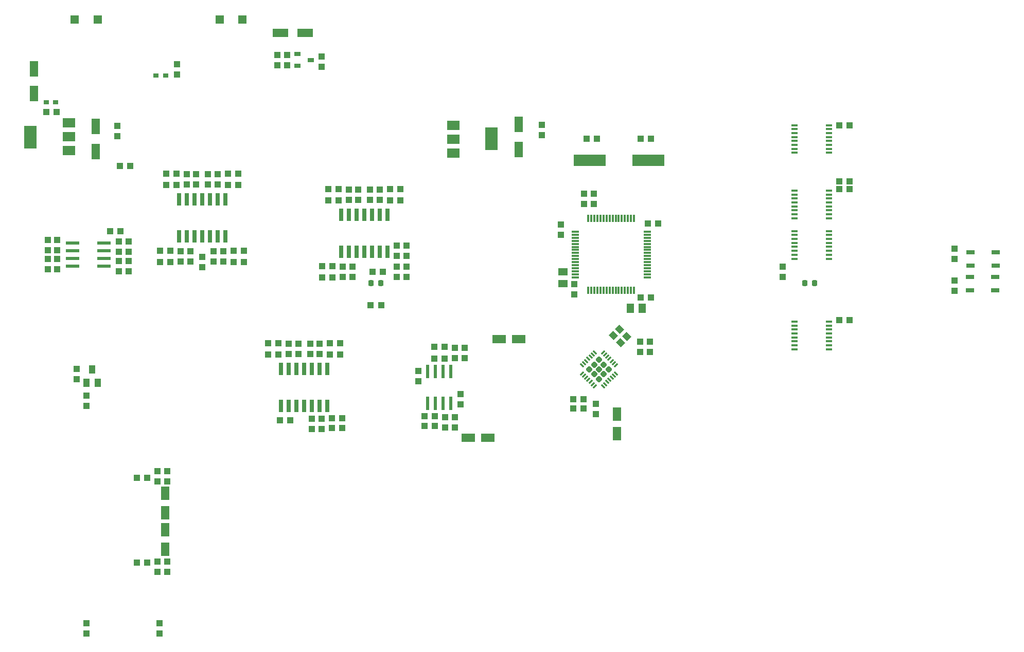
<source format=gbr>
%TF.GenerationSoftware,KiCad,Pcbnew,(6.0.11-0)*%
%TF.CreationDate,2023-03-07T13:47:17+01:00*%
%TF.ProjectId,elements,656c656d-656e-4747-932e-6b696361645f,rev?*%
%TF.SameCoordinates,Original*%
%TF.FileFunction,Paste,Top*%
%TF.FilePolarity,Positive*%
%FSLAX46Y46*%
G04 Gerber Fmt 4.6, Leading zero omitted, Abs format (unit mm)*
G04 Created by KiCad (PCBNEW (6.0.11-0)) date 2023-03-07 13:47:17*
%MOMM*%
%LPD*%
G01*
G04 APERTURE LIST*
G04 Aperture macros list*
%AMRoundRect*
0 Rectangle with rounded corners*
0 $1 Rounding radius*
0 $2 $3 $4 $5 $6 $7 $8 $9 X,Y pos of 4 corners*
0 Add a 4 corners polygon primitive as box body*
4,1,4,$2,$3,$4,$5,$6,$7,$8,$9,$2,$3,0*
0 Add four circle primitives for the rounded corners*
1,1,$1+$1,$2,$3*
1,1,$1+$1,$4,$5*
1,1,$1+$1,$6,$7*
1,1,$1+$1,$8,$9*
0 Add four rect primitives between the rounded corners*
20,1,$1+$1,$2,$3,$4,$5,0*
20,1,$1+$1,$4,$5,$6,$7,0*
20,1,$1+$1,$6,$7,$8,$9,0*
20,1,$1+$1,$8,$9,$2,$3,0*%
%AMRotRect*
0 Rectangle, with rotation*
0 The origin of the aperture is its center*
0 $1 length*
0 $2 width*
0 $3 Rotation angle, in degrees counterclockwise*
0 Add horizontal line*
21,1,$1,$2,0,0,$3*%
G04 Aperture macros list end*
%ADD10RoundRect,0.225000X0.000000X0.318198X-0.318198X0.000000X0.000000X-0.318198X0.318198X0.000000X0*%
%ADD11RoundRect,0.062500X0.194454X0.282843X-0.282843X-0.194454X-0.194454X-0.282843X0.282843X0.194454X0*%
%ADD12RoundRect,0.062500X-0.194454X0.282843X-0.282843X0.194454X0.194454X-0.282843X0.282843X-0.194454X0*%
%ADD13R,0.600000X2.200000*%
%ADD14R,2.200000X0.600000*%
%ADD15R,1.400000X1.400000*%
%ADD16R,1.000000X1.100000*%
%ADD17R,0.660400X2.032000*%
%ADD18R,1.100000X1.000000*%
%ADD19R,1.400000X2.200000*%
%ADD20R,0.850000X0.700000*%
%ADD21R,1.400000X2.600000*%
%ADD22R,1.350000X0.800000*%
%ADD23R,2.006600X1.498600*%
%ADD24R,2.006600X3.810000*%
%ADD25RotRect,1.100000X1.000000X135.000000*%
%ADD26R,1.000000X1.400000*%
%ADD27R,1.000000X0.350000*%
%ADD28R,1.300000X1.500000*%
%ADD29R,2.600000X1.400000*%
%ADD30R,0.300000X1.200000*%
%ADD31R,1.200000X0.300000*%
%ADD32RoundRect,0.218750X-0.218750X-0.256250X0.218750X-0.256250X0.218750X0.256250X-0.218750X0.256250X0*%
%ADD33R,2.200000X1.400000*%
%ADD34RoundRect,0.218750X0.218750X0.256250X-0.218750X0.256250X-0.218750X-0.256250X0.218750X-0.256250X0*%
%ADD35R,1.500000X1.300000*%
%ADD36R,5.334000X1.930400*%
%ADD37R,1.000000X0.700000*%
G04 APERTURE END LIST*
D10*
%TO.C,U1*%
X163000000Y-112500000D03*
X164583919Y-112500000D03*
X162208040Y-113291960D03*
X163000000Y-110916081D03*
X161416081Y-112500000D03*
X163791960Y-111708040D03*
X163791960Y-113291960D03*
X162208040Y-111708040D03*
X163000000Y-114083919D03*
D11*
X165793072Y-111828249D03*
X165439518Y-111474695D03*
X165085965Y-111121142D03*
X164732412Y-110767588D03*
X164378858Y-110414035D03*
X164025305Y-110060482D03*
X163671751Y-109706928D03*
D12*
X162328249Y-109706928D03*
X161974695Y-110060482D03*
X161621142Y-110414035D03*
X161267588Y-110767588D03*
X160914035Y-111121142D03*
X160560482Y-111474695D03*
X160206928Y-111828249D03*
D11*
X160206928Y-113171751D03*
X160560482Y-113525305D03*
X160914035Y-113878858D03*
X161267588Y-114232412D03*
X161621142Y-114585965D03*
X161974695Y-114939518D03*
X162328249Y-115293072D03*
D12*
X163671751Y-115293072D03*
X164025305Y-114939518D03*
X164378858Y-114585965D03*
X164732412Y-114232412D03*
X165085965Y-113878858D03*
X165439518Y-113525305D03*
X165793072Y-113171751D03*
%TD*%
D13*
%TO.C,IC14*%
X134848600Y-118081100D03*
X136118600Y-118081100D03*
X137388600Y-118081100D03*
X138658600Y-118081100D03*
X138658600Y-112881100D03*
X137388600Y-112881100D03*
X136118600Y-112881100D03*
X134848600Y-112881100D03*
%TD*%
D14*
%TO.C,IC9*%
X76368600Y-91668600D03*
X76368600Y-92938600D03*
X76368600Y-94208600D03*
X76368600Y-95478600D03*
X81568600Y-95478600D03*
X81568600Y-94208600D03*
X81568600Y-92938600D03*
X81568600Y-91668600D03*
%TD*%
D15*
%TO.C,D2*%
X104363600Y-54838600D03*
X100563600Y-54838600D03*
%TD*%
%TO.C,D1*%
X80551100Y-54838600D03*
X76751100Y-54838600D03*
%TD*%
D16*
%TO.C,C33*%
X158978600Y-98438600D03*
X158978600Y-100138600D03*
%TD*%
D17*
%TO.C,IC7*%
X120561100Y-93154500D03*
X121831100Y-93154500D03*
X123101100Y-93154500D03*
X124371100Y-93154500D03*
X125641100Y-93154500D03*
X126911100Y-93154500D03*
X128181100Y-93154500D03*
X128181100Y-87007700D03*
X126911100Y-87007700D03*
X125641100Y-87007700D03*
X124371100Y-87007700D03*
X123101100Y-87007700D03*
X121831100Y-87007700D03*
X120561100Y-87007700D03*
%TD*%
D18*
%TO.C,C4*%
X73786100Y-70078600D03*
X72086100Y-70078600D03*
%TD*%
%TO.C,C34*%
X169876200Y-100685600D03*
X171576200Y-100685600D03*
%TD*%
%TO.C,C41*%
X110298600Y-110083600D03*
X108598600Y-110083600D03*
%TD*%
%TO.C,C20*%
X128601100Y-84683600D03*
X130301100Y-84683600D03*
%TD*%
%TO.C,C50*%
X119076100Y-120561100D03*
X120776100Y-120561100D03*
%TD*%
%TO.C,C43*%
X137603600Y-110718600D03*
X135903600Y-110718600D03*
%TD*%
%TO.C,R56*%
X115481100Y-109981100D03*
X115481100Y-108281100D03*
%TD*%
D16*
%TO.C,R10*%
X85850000Y-79000000D03*
X84150000Y-79000000D03*
%TD*%
%TO.C,R11*%
X91771100Y-80238600D03*
X93471100Y-80238600D03*
%TD*%
%TO.C,C54*%
X90398600Y-130936100D03*
X90398600Y-129236100D03*
%TD*%
D18*
%TO.C,R28*%
X85636100Y-91453600D03*
X85636100Y-93153600D03*
%TD*%
D16*
%TO.C,R46*%
X117488600Y-97383600D03*
X119188600Y-97383600D03*
%TD*%
%TO.C,C25*%
X84048600Y-93153600D03*
X84048600Y-91453600D03*
%TD*%
D19*
%TO.C,C56*%
X91668600Y-138963600D03*
X91668600Y-142163600D03*
%TD*%
D18*
%TO.C,R2*%
X111671100Y-60656100D03*
X111671100Y-62356100D03*
%TD*%
D16*
%TO.C,R51*%
X135903600Y-108813600D03*
X137603600Y-108813600D03*
%TD*%
D18*
%TO.C,R44*%
X193268600Y-95581100D03*
X193268600Y-97281100D03*
%TD*%
D16*
%TO.C,C24*%
X73888600Y-92836100D03*
X73888600Y-91136100D03*
%TD*%
D18*
%TO.C,R69*%
X139293600Y-120346100D03*
X139293600Y-122046100D03*
%TD*%
D20*
%TO.C,L1*%
X90133600Y-64046100D03*
X91733600Y-64046100D03*
%TD*%
D18*
%TO.C,C12*%
X169876100Y-74523600D03*
X171576100Y-74523600D03*
%TD*%
%TO.C,R60*%
X77063600Y-112408600D03*
X77063600Y-114108600D03*
%TD*%
%TO.C,R87*%
X91986100Y-145858600D03*
X91986100Y-144158600D03*
%TD*%
D21*
%TO.C,C9*%
X149771100Y-72156100D03*
X149771100Y-76256100D03*
%TD*%
D18*
%TO.C,C32*%
X125743600Y-96431100D03*
X127443600Y-96431100D03*
%TD*%
D16*
%TO.C,C7*%
X153581100Y-72244800D03*
X153581100Y-73944800D03*
%TD*%
D18*
%TO.C,C13*%
X202578600Y-81508600D03*
X204278600Y-81508600D03*
%TD*%
%TO.C,R88*%
X78651100Y-156018600D03*
X78651100Y-154318600D03*
%TD*%
%TO.C,R16*%
X100241100Y-82041100D03*
X100241100Y-80341100D03*
%TD*%
%TO.C,R53*%
X171361100Y-109663600D03*
X171361100Y-107963600D03*
%TD*%
%TO.C,R40*%
X120878600Y-95581100D03*
X120878600Y-97281100D03*
%TD*%
D22*
%TO.C,SW2*%
X228298200Y-93188500D03*
X224148200Y-93188500D03*
X228298200Y-95388500D03*
X224148200Y-95388500D03*
%TD*%
D18*
%TO.C,R27*%
X72301100Y-91136100D03*
X72301100Y-92836100D03*
%TD*%
D16*
%TO.C,R73*%
X120776100Y-122148600D03*
X119076100Y-122148600D03*
%TD*%
D18*
%TO.C,R70*%
X115798600Y-120663600D03*
X115798600Y-122363600D03*
%TD*%
%TO.C,R54*%
X111988600Y-109981100D03*
X111988600Y-108281100D03*
%TD*%
%TO.C,R52*%
X169773600Y-109663600D03*
X169773600Y-107963600D03*
%TD*%
%TO.C,C27*%
X102883600Y-92938600D03*
X104583600Y-92938600D03*
%TD*%
%TO.C,C15*%
X101931100Y-82143600D03*
X103631100Y-82143600D03*
%TD*%
%TO.C,R50*%
X221500000Y-94350000D03*
X221500000Y-92650000D03*
%TD*%
D16*
%TO.C,C45*%
X140246100Y-116536100D03*
X140246100Y-118236100D03*
%TD*%
D18*
%TO.C,R68*%
X137706100Y-120346100D03*
X137706100Y-122046100D03*
%TD*%
D23*
%TO.C,IC2*%
X75768200Y-76466700D03*
X75768200Y-74180700D03*
X75768200Y-71894700D03*
D24*
X69469000Y-74206100D03*
%TD*%
D19*
%TO.C,C52*%
X166000000Y-119900000D03*
X166000000Y-123100000D03*
%TD*%
D16*
%TO.C,R49*%
X120458600Y-108178600D03*
X118758600Y-108178600D03*
%TD*%
%TO.C,C17*%
X160566100Y-85216000D03*
X160566100Y-83516000D03*
%TD*%
D18*
%TO.C,R57*%
X117068600Y-109981100D03*
X117068600Y-108281100D03*
%TD*%
D22*
%TO.C,SW3*%
X228223200Y-97259600D03*
X224073200Y-97259600D03*
X228223200Y-99459600D03*
X224073200Y-99459600D03*
%TD*%
D18*
%TO.C,C21*%
X171082600Y-88493600D03*
X172782600Y-88493600D03*
%TD*%
D16*
%TO.C,C29*%
X97701100Y-93993600D03*
X97701100Y-95693600D03*
%TD*%
D18*
%TO.C,C42*%
X118758600Y-110083600D03*
X120458600Y-110083600D03*
%TD*%
%TO.C,R30*%
X94208600Y-93041100D03*
X94208600Y-94741100D03*
%TD*%
%TO.C,R38*%
X84048600Y-94628600D03*
X84048600Y-96328600D03*
%TD*%
D16*
%TO.C,C5*%
X93573600Y-63943600D03*
X93573600Y-62243600D03*
%TD*%
D25*
%TO.C,C39*%
X166601041Y-108101041D03*
X165398959Y-106898959D03*
%TD*%
D26*
%TO.C,Q2*%
X78653600Y-114676100D03*
X79603600Y-112476100D03*
X80553600Y-114676100D03*
%TD*%
D27*
%TO.C,IC3*%
X195206100Y-72256100D03*
X195206100Y-72906100D03*
X195206100Y-73556100D03*
X195206100Y-74206100D03*
X195206100Y-74856100D03*
X195206100Y-75506100D03*
X195206100Y-76156100D03*
X195206100Y-76806100D03*
X200856100Y-76806100D03*
X200856100Y-76156100D03*
X200856100Y-75506100D03*
X200856100Y-74856100D03*
X200856100Y-74206100D03*
X200856100Y-73556100D03*
X200856100Y-72906100D03*
X200856100Y-72256100D03*
%TD*%
%TO.C,IC5*%
X195206100Y-83051100D03*
X195206100Y-83701100D03*
X195206100Y-84351100D03*
X195206100Y-85001100D03*
X195206100Y-85651100D03*
X195206100Y-86301100D03*
X195206100Y-86951100D03*
X195206100Y-87601100D03*
X200856100Y-87601100D03*
X200856100Y-86951100D03*
X200856100Y-86301100D03*
X200856100Y-85651100D03*
X200856100Y-85001100D03*
X200856100Y-84351100D03*
X200856100Y-83701100D03*
X200856100Y-83051100D03*
%TD*%
D16*
%TO.C,R17*%
X118441100Y-82778600D03*
X120141100Y-82778600D03*
%TD*%
D18*
%TO.C,R41*%
X122466100Y-95581100D03*
X122466100Y-97281100D03*
%TD*%
D17*
%TO.C,IC6*%
X93891100Y-90614500D03*
X95161100Y-90614500D03*
X96431100Y-90614500D03*
X97701100Y-90614500D03*
X98971100Y-90614500D03*
X100241100Y-90614500D03*
X101511100Y-90614500D03*
X101511100Y-84467700D03*
X100241100Y-84467700D03*
X98971100Y-84467700D03*
X97701100Y-84467700D03*
X96431100Y-84467700D03*
X95161100Y-84467700D03*
X93891100Y-84467700D03*
%TD*%
D18*
%TO.C,R13*%
X95161100Y-82041100D03*
X95161100Y-80341100D03*
%TD*%
%TO.C,C30*%
X119188600Y-95478600D03*
X117488600Y-95478600D03*
%TD*%
D16*
%TO.C,C8*%
X83731100Y-72403600D03*
X83731100Y-74103600D03*
%TD*%
%TO.C,C57*%
X90398600Y-144158600D03*
X90398600Y-145858600D03*
%TD*%
%TO.C,C28*%
X129768600Y-93788600D03*
X129768600Y-92088600D03*
%TD*%
D18*
%TO.C,R43*%
X131356100Y-95581100D03*
X131356100Y-97281100D03*
%TD*%
%TO.C,R67*%
X78651100Y-118553600D03*
X78651100Y-116853600D03*
%TD*%
%TO.C,R29*%
X131356100Y-92088600D03*
X131356100Y-93788600D03*
%TD*%
D28*
%TO.C,C35*%
X168188600Y-102463600D03*
X170088600Y-102463600D03*
%TD*%
D29*
%TO.C,C1*%
X114673600Y-57061100D03*
X110573600Y-57061100D03*
%TD*%
D18*
%TO.C,R32*%
X99606100Y-93041100D03*
X99606100Y-94741100D03*
%TD*%
D19*
%TO.C,C55*%
X91668600Y-136131100D03*
X91668600Y-132931100D03*
%TD*%
D30*
%TO.C,IC10*%
X168761100Y-87637200D03*
X168261100Y-87637200D03*
X167761100Y-87637200D03*
X167261100Y-87637200D03*
X166761100Y-87637200D03*
X166261100Y-87637200D03*
X165761100Y-87637200D03*
X165261100Y-87637200D03*
X164761100Y-87637200D03*
X164261100Y-87637200D03*
X163761100Y-87637200D03*
X163261100Y-87637200D03*
X162761100Y-87637200D03*
X162261100Y-87637200D03*
X161761100Y-87637200D03*
X161261100Y-87637200D03*
D31*
X159100100Y-89823600D03*
X159100100Y-90323600D03*
X159100100Y-90823600D03*
X159100100Y-91323600D03*
X159100100Y-91823600D03*
X159100100Y-92323600D03*
X159100100Y-92823600D03*
X159100100Y-93323600D03*
X159100100Y-93823600D03*
X159100100Y-94323600D03*
X159100100Y-94823600D03*
X159100100Y-95323600D03*
X159100100Y-95823600D03*
X159100100Y-96323600D03*
X159100100Y-96823600D03*
X159100100Y-97323600D03*
D30*
X161261100Y-99459200D03*
X161761100Y-99459200D03*
X162261100Y-99459200D03*
X162761100Y-99459200D03*
X163261100Y-99459200D03*
X163761100Y-99459200D03*
X164261100Y-99459200D03*
X164761100Y-99459200D03*
X165261100Y-99459200D03*
X165761100Y-99459200D03*
X166261100Y-99459200D03*
X166761100Y-99459200D03*
X167261100Y-99459200D03*
X167761100Y-99459200D03*
X168261100Y-99459200D03*
X168761100Y-99459200D03*
D31*
X170947500Y-97323600D03*
X170947500Y-96823600D03*
X170947500Y-96323600D03*
X170947500Y-95823600D03*
X170947500Y-95323600D03*
X170947500Y-94823600D03*
X170947500Y-94323600D03*
X170947500Y-93823600D03*
X170947500Y-93323600D03*
X170947500Y-92823600D03*
X170947500Y-92323600D03*
X170947500Y-91823600D03*
X170947500Y-91323600D03*
X170947500Y-90823600D03*
X170947500Y-90323600D03*
X170947500Y-89823600D03*
%TD*%
D32*
%TO.C,LED3*%
X127107500Y-98272500D03*
X125532500Y-98272500D03*
%TD*%
D18*
%TO.C,C51*%
X112203600Y-120878600D03*
X110503600Y-120878600D03*
%TD*%
%TO.C,R42*%
X129768600Y-95581100D03*
X129768600Y-97281100D03*
%TD*%
D16*
%TO.C,R72*%
X134316100Y-121831100D03*
X136016100Y-121831100D03*
%TD*%
D18*
%TO.C,C11*%
X162686100Y-74523600D03*
X160986100Y-74523600D03*
%TD*%
D16*
%TO.C,R86*%
X88708600Y-144373600D03*
X87008600Y-144373600D03*
%TD*%
D18*
%TO.C,C37*%
X202578600Y-104368600D03*
X204278600Y-104368600D03*
%TD*%
D16*
%TO.C,R12*%
X103631100Y-80238600D03*
X101931100Y-80238600D03*
%TD*%
D18*
%TO.C,R20*%
X123418600Y-84581100D03*
X123418600Y-82881100D03*
%TD*%
%TO.C,R33*%
X101193600Y-93041100D03*
X101193600Y-94741100D03*
%TD*%
%TO.C,R22*%
X126911100Y-84581100D03*
X126911100Y-82881100D03*
%TD*%
D25*
%TO.C,C36*%
X167601041Y-107101041D03*
X166398959Y-105898959D03*
%TD*%
D18*
%TO.C,R71*%
X117386100Y-120663600D03*
X117386100Y-122363600D03*
%TD*%
%TO.C,R21*%
X125323600Y-84581100D03*
X125323600Y-82881100D03*
%TD*%
%TO.C,R37*%
X73888600Y-94311100D03*
X73888600Y-96011100D03*
%TD*%
D16*
%TO.C,C44*%
X133261100Y-112726100D03*
X133261100Y-114426100D03*
%TD*%
D18*
%TO.C,R55*%
X113576100Y-109981100D03*
X113576100Y-108281100D03*
%TD*%
%TO.C,C26*%
X92518600Y-92938600D03*
X90818600Y-92938600D03*
%TD*%
%TO.C,R58*%
X139293600Y-110616100D03*
X139293600Y-108916100D03*
%TD*%
%TO.C,C49*%
X136016100Y-120243600D03*
X134316100Y-120243600D03*
%TD*%
%TO.C,R36*%
X72301100Y-94311100D03*
X72301100Y-96011100D03*
%TD*%
%TO.C,R31*%
X95796100Y-93041100D03*
X95796100Y-94741100D03*
%TD*%
%TO.C,R15*%
X98653600Y-82041100D03*
X98653600Y-80341100D03*
%TD*%
D16*
%TO.C,C2*%
X117386100Y-62673600D03*
X117386100Y-60973600D03*
%TD*%
D18*
%TO.C,R74*%
X91986100Y-129236100D03*
X91986100Y-130936100D03*
%TD*%
D16*
%TO.C,R18*%
X130301100Y-82778600D03*
X128601100Y-82778600D03*
%TD*%
%TO.C,C47*%
X162500000Y-118150000D03*
X162500000Y-119850000D03*
%TD*%
D33*
%TO.C,C53*%
X144703600Y-123736100D03*
X141503600Y-123736100D03*
%TD*%
D16*
%TO.C,R35*%
X104583600Y-94843600D03*
X102883600Y-94843600D03*
%TD*%
D27*
%TO.C,IC11*%
X195206100Y-104641100D03*
X195206100Y-105291100D03*
X195206100Y-105941100D03*
X195206100Y-106591100D03*
X195206100Y-107241100D03*
X195206100Y-107891100D03*
X195206100Y-108541100D03*
X195206100Y-109191100D03*
X200856100Y-109191100D03*
X200856100Y-108541100D03*
X200856100Y-107891100D03*
X200856100Y-107241100D03*
X200856100Y-106591100D03*
X200856100Y-105941100D03*
X200856100Y-105291100D03*
X200856100Y-104641100D03*
%TD*%
D18*
%TO.C,R59*%
X140881100Y-110616100D03*
X140881100Y-108916100D03*
%TD*%
D21*
%TO.C,C3*%
X70078600Y-62948600D03*
X70078600Y-67048600D03*
%TD*%
D34*
%TO.C,LED4*%
X196912500Y-98300000D03*
X198487500Y-98300000D03*
%TD*%
D18*
%TO.C,C16*%
X202578600Y-82778600D03*
X204278600Y-82778600D03*
%TD*%
%TO.C,C23*%
X82563600Y-89763600D03*
X84263600Y-89763600D03*
%TD*%
D17*
%TO.C,IC13*%
X110718600Y-118554500D03*
X111988600Y-118554500D03*
X113258600Y-118554500D03*
X114528600Y-118554500D03*
X115798600Y-118554500D03*
X117068600Y-118554500D03*
X118338600Y-118554500D03*
X118338600Y-112407700D03*
X117068600Y-112407700D03*
X115798600Y-112407700D03*
X114528600Y-112407700D03*
X113258600Y-112407700D03*
X111988600Y-112407700D03*
X110718600Y-112407700D03*
%TD*%
D18*
%TO.C,R19*%
X121831100Y-84581100D03*
X121831100Y-82881100D03*
%TD*%
%TO.C,C48*%
X158763600Y-118973600D03*
X160463600Y-118973600D03*
%TD*%
%TO.C,R45*%
X221473200Y-97900000D03*
X221473200Y-99600000D03*
%TD*%
%TO.C,R89*%
X90716100Y-156018600D03*
X90716100Y-154318600D03*
%TD*%
%TO.C,C14*%
X93471100Y-82143600D03*
X91771100Y-82143600D03*
%TD*%
D35*
%TO.C,C31*%
X157073600Y-96433600D03*
X157073600Y-98333600D03*
%TD*%
D16*
%TO.C,R75*%
X88708600Y-130403600D03*
X87008600Y-130403600D03*
%TD*%
D23*
%TO.C,IC4*%
X139001500Y-72263000D03*
X139001500Y-74549000D03*
X139001500Y-76835000D03*
D24*
X145300700Y-74523600D03*
%TD*%
D16*
%TO.C,R48*%
X108598600Y-108178600D03*
X110298600Y-108178600D03*
%TD*%
%TO.C,R34*%
X90818600Y-94843600D03*
X92518600Y-94843600D03*
%TD*%
D18*
%TO.C,C19*%
X120141100Y-84683600D03*
X118441100Y-84683600D03*
%TD*%
D16*
%TO.C,C22*%
X156756200Y-90296100D03*
X156756200Y-88596100D03*
%TD*%
D18*
%TO.C,R39*%
X85636100Y-94628600D03*
X85636100Y-96328600D03*
%TD*%
D27*
%TO.C,IC8*%
X195206100Y-89718600D03*
X195206100Y-90368600D03*
X195206100Y-91018600D03*
X195206100Y-91668600D03*
X195206100Y-92318600D03*
X195206100Y-92968600D03*
X195206100Y-93618600D03*
X195206100Y-94268600D03*
X200856100Y-94268600D03*
X200856100Y-93618600D03*
X200856100Y-92968600D03*
X200856100Y-92318600D03*
X200856100Y-91668600D03*
X200856100Y-91018600D03*
X200856100Y-90368600D03*
X200856100Y-89718600D03*
%TD*%
D18*
%TO.C,R1*%
X110083600Y-60656100D03*
X110083600Y-62356100D03*
%TD*%
D36*
%TO.C,Q1*%
X161455100Y-78016100D03*
X171107100Y-78016100D03*
%TD*%
D18*
%TO.C,C46*%
X158763600Y-117386100D03*
X160463600Y-117386100D03*
%TD*%
D16*
%TO.C,R47*%
X125450000Y-101900000D03*
X127150000Y-101900000D03*
%TD*%
D18*
%TO.C,R14*%
X96748600Y-82041100D03*
X96748600Y-80341100D03*
%TD*%
D21*
%TO.C,C10*%
X80238600Y-72473600D03*
X80238600Y-76573600D03*
%TD*%
D33*
%TO.C,C40*%
X149783600Y-107543600D03*
X146583600Y-107543600D03*
%TD*%
D18*
%TO.C,C6*%
X202578600Y-72301100D03*
X204278600Y-72301100D03*
%TD*%
D20*
%TO.C,L2*%
X72036100Y-68491100D03*
X73636100Y-68491100D03*
%TD*%
D16*
%TO.C,C18*%
X162153600Y-85216100D03*
X162153600Y-83516100D03*
%TD*%
D37*
%TO.C,IC1*%
X113428600Y-60556100D03*
X113428600Y-62456100D03*
X115628600Y-61506100D03*
%TD*%
M02*

</source>
